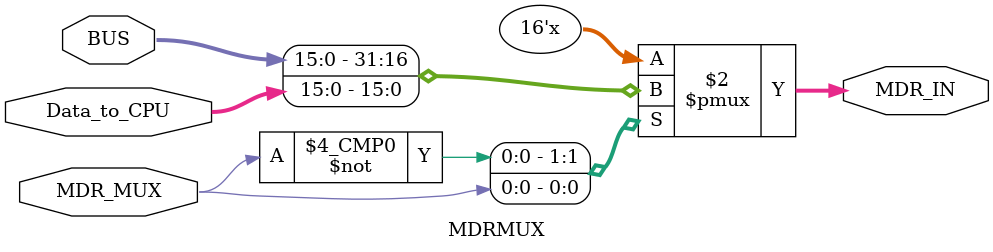
<source format=sv>
module MDRMUX  (input logic MDR_MUX, // Select bit 0 - Data_to_CPU, 1 - BUS
               input logic [15:0] Data_to_CPU, // Output from Memory
               input logic [15:0] BUS, // From the BUS

               output logic [15:0] MDR_IN // Goes to the MDR register
              );

              always_comb begin
                case(MDR_MUX)
                  1'b0 : MDR_IN = BUS;
                  1'b1 : MDR_IN = Data_to_CPU;
                endcase
              end
endmodule

</source>
